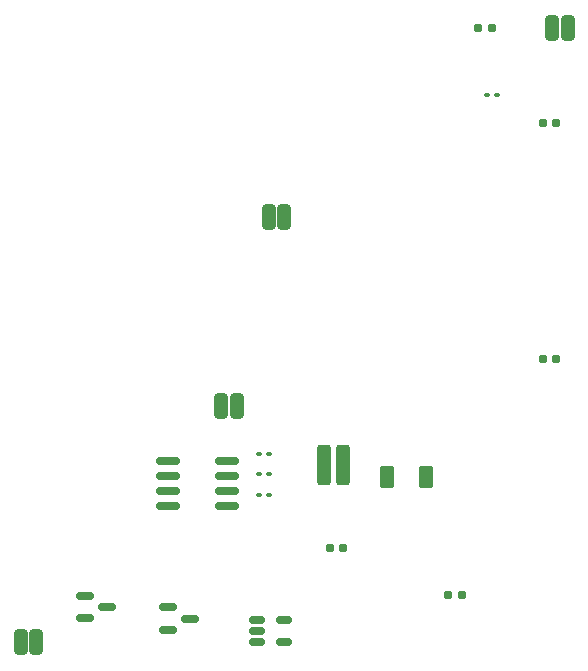
<source format=gbr>
G04 #@! TF.GenerationSoftware,KiCad,Pcbnew,9.0.4*
G04 #@! TF.CreationDate,2026-02-01T17:43:42+05:30*
G04 #@! TF.ProjectId,Classdamp ltversion,436c6173-7364-4616-9d70-206c74766572,rev?*
G04 #@! TF.SameCoordinates,Original*
G04 #@! TF.FileFunction,Paste,Top*
G04 #@! TF.FilePolarity,Positive*
%FSLAX46Y46*%
G04 Gerber Fmt 4.6, Leading zero omitted, Abs format (unit mm)*
G04 Created by KiCad (PCBNEW 9.0.4) date 2026-02-01 17:43:42*
%MOMM*%
%LPD*%
G01*
G04 APERTURE LIST*
G04 Aperture macros list*
%AMRoundRect*
0 Rectangle with rounded corners*
0 $1 Rounding radius*
0 $2 $3 $4 $5 $6 $7 $8 $9 X,Y pos of 4 corners*
0 Add a 4 corners polygon primitive as box body*
4,1,4,$2,$3,$4,$5,$6,$7,$8,$9,$2,$3,0*
0 Add four circle primitives for the rounded corners*
1,1,$1+$1,$2,$3*
1,1,$1+$1,$4,$5*
1,1,$1+$1,$6,$7*
1,1,$1+$1,$8,$9*
0 Add four rect primitives between the rounded corners*
20,1,$1+$1,$2,$3,$4,$5,0*
20,1,$1+$1,$4,$5,$6,$7,0*
20,1,$1+$1,$6,$7,$8,$9,0*
20,1,$1+$1,$8,$9,$2,$3,0*%
G04 Aperture macros list end*
%ADD10RoundRect,0.090000X-0.139000X-0.090000X0.139000X-0.090000X0.139000X0.090000X-0.139000X0.090000X0*%
%ADD11RoundRect,0.250000X-0.312500X-0.825000X0.312500X-0.825000X0.312500X0.825000X-0.312500X0.825000X0*%
%ADD12RoundRect,0.155000X-0.212500X-0.155000X0.212500X-0.155000X0.212500X0.155000X-0.212500X0.155000X0*%
%ADD13RoundRect,0.150000X-0.512500X-0.150000X0.512500X-0.150000X0.512500X0.150000X-0.512500X0.150000X0*%
%ADD14RoundRect,0.150000X-0.587500X-0.150000X0.587500X-0.150000X0.587500X0.150000X-0.587500X0.150000X0*%
%ADD15RoundRect,0.150000X-0.825000X-0.150000X0.825000X-0.150000X0.825000X0.150000X-0.825000X0.150000X0*%
%ADD16RoundRect,0.250000X-0.337500X-1.450000X0.337500X-1.450000X0.337500X1.450000X-0.337500X1.450000X0*%
%ADD17RoundRect,0.250000X-0.362500X-0.700000X0.362500X-0.700000X0.362500X0.700000X-0.362500X0.700000X0*%
G04 APERTURE END LIST*
D10*
X143840000Y-100040000D03*
X144705000Y-100040000D03*
D11*
X140675000Y-96000000D03*
X142000000Y-96000000D03*
D10*
X143840000Y-103540000D03*
X144705000Y-103540000D03*
D12*
X159865000Y-112000000D03*
X161000000Y-112000000D03*
D13*
X143725000Y-114100000D03*
X143725000Y-115050000D03*
X143725000Y-116000000D03*
X146000000Y-116000000D03*
X146000000Y-114100000D03*
D14*
X136125000Y-113050000D03*
X136125000Y-114950000D03*
X138000000Y-114000000D03*
D10*
X163156500Y-69648286D03*
X164021500Y-69648286D03*
D11*
X144675000Y-80000000D03*
X146000000Y-80000000D03*
D15*
X136167500Y-100615000D03*
X136167500Y-101885000D03*
X136167500Y-103155000D03*
X136167500Y-104425000D03*
X141117500Y-104425000D03*
X141117500Y-103155000D03*
X141117500Y-101885000D03*
X141117500Y-100615000D03*
D16*
X149325000Y-101000000D03*
X151000000Y-101000000D03*
D11*
X168675000Y-64000000D03*
X170000000Y-64000000D03*
X123675000Y-116000000D03*
X125000000Y-116000000D03*
D17*
X154675000Y-102000000D03*
X158000000Y-102000000D03*
D12*
X167865000Y-72000000D03*
X169000000Y-72000000D03*
D14*
X129125000Y-112050000D03*
X129125000Y-113950000D03*
X131000000Y-113000000D03*
D10*
X143840000Y-101790000D03*
X144705000Y-101790000D03*
D12*
X167865000Y-92000000D03*
X169000000Y-92000000D03*
X149865000Y-108000000D03*
X151000000Y-108000000D03*
X162415000Y-64000000D03*
X163550000Y-64000000D03*
M02*

</source>
